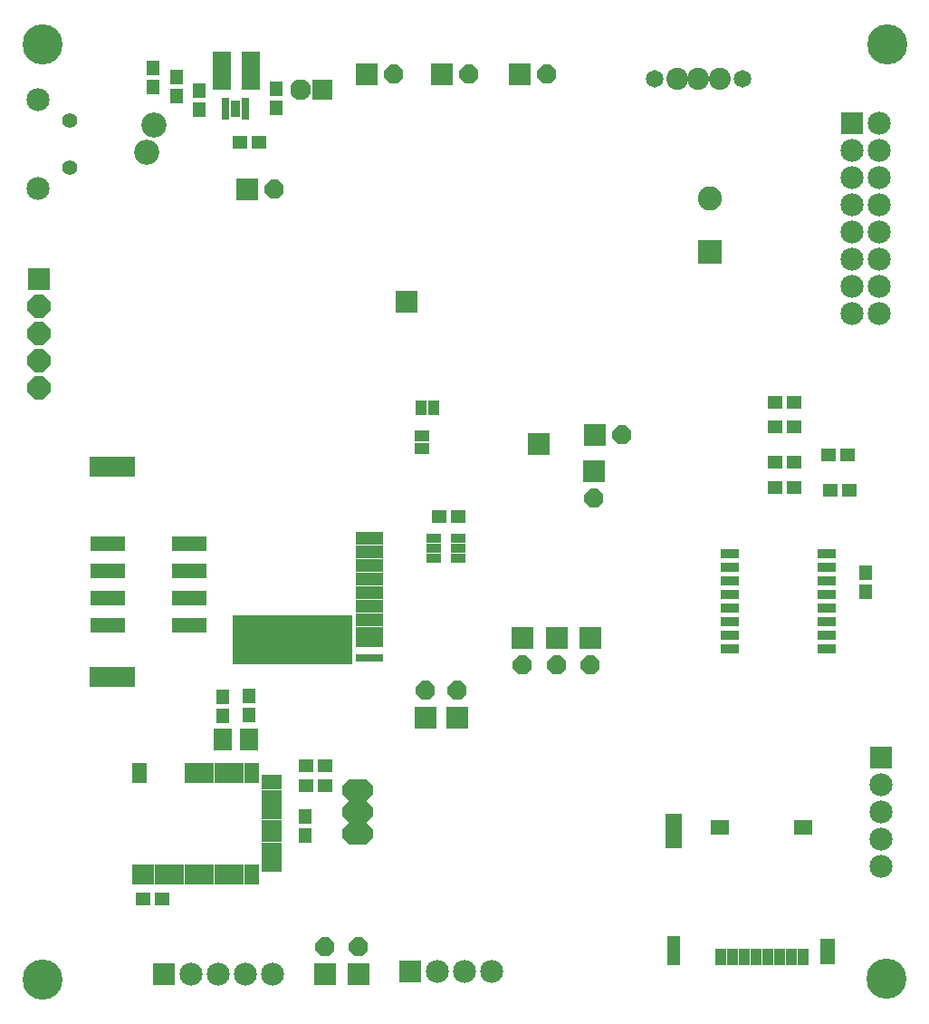
<source format=gbr>
%FSLAX35Y35*%
%MOMM*%
G04 EasyPC Gerber Version 18.0.9 Build 3640 *
%ADD121R,0.77400X0.53400*%
%ADD118R,0.75400X1.95400*%
%ADD119R,1.95400X0.75400*%
%ADD105R,2.55400X0.75400*%
%ADD122R,0.95400X1.55400*%
%ADD125R,1.05400X1.45400*%
%ADD111R,1.05400X1.49400*%
%ADD109R,1.45400X0.85400*%
%ADD110R,1.77400X0.90400*%
%ADD126R,1.45400X1.05400*%
%ADD112R,1.20400X2.75400*%
%ADD116R,1.25400X1.34400*%
%ADD117R,1.34400X1.25400*%
%ADD104R,2.55400X1.25400*%
%ADD114R,1.75400X1.40400*%
%ADD115R,1.40400X2.45400*%
%ADD107R,3.25400X1.45400*%
%ADD113R,1.55400X3.29400*%
%ADD120R,1.65400X2.00400*%
%ADD123R,1.75400X3.65400*%
%ADD96R,1.95400X1.95400*%
%ADD97R,2.15400X2.15400*%
%ADD99R,2.25400X2.25400*%
%ADD94C,1.40400*%
%ADD102C,1.65400*%
%ADD95C,1.95400*%
%ADD101C,2.05400*%
%ADD93C,2.15400*%
%ADD100C,2.25400*%
%ADD91C,2.35400*%
%ADD108R,4.25400X1.95400*%
%ADD92C,3.75400*%
%AMT98*0 Octagon Pad at angle 0*4,1,8,-0.36800,-0.88900,0.36800,-0.88900,0.88900,-0.36800,0.88900,0.36800,0.36800,0.88900,-0.36800,0.88900,-0.88900,0.36800,-0.88900,-0.36800,-0.36800,-0.88900,0*%
%ADD98T98*%
%AMT103*0 Octagon Pad at angle 0*4,1,8,-0.44590,-1.07700,0.44590,-1.07700,1.07700,-0.44590,1.07700,0.44590,0.44590,1.07700,-0.44590,1.07700,-1.07700,0.44590,-1.07700,-0.44590,-0.44590,-1.07700,0*%
%ADD103T103*%
%ADD106R,11.25400X4.65400*%
%AMT124*0 Chamfered Rectangle Pad at angle 90*4,1,8,1.42700,-0.40240,1.42700,0.40240,0.85240,0.97700,-0.85240,0.97700,-1.42700,0.40240,-1.42700,-0.40240,-0.85240,-0.97700,0.85240,-0.97700,1.42700,-0.40240,0*%
%ADD124T124*%
X0Y0D02*
D02*
D91*
X1257790Y7992240D03*
X1321290Y8249240D03*
D02*
D92*
X278970Y263120D03*
X282140Y8998540D03*
X8169640Y269460D03*
X8181780Y8998540D03*
D02*
D93*
X239710Y7650940D03*
Y8485940D03*
X1670200Y313840D03*
X1924200D03*
X2178200D03*
X2432200D03*
X3971820Y339200D03*
X4225820D03*
X4479820D03*
X7849090Y6483940D03*
Y6737940D03*
Y6991940D03*
Y7245940D03*
Y7499940D03*
Y7753940D03*
Y8007940D03*
X8103090Y6483940D03*
Y6737940D03*
Y6991940D03*
Y7245940D03*
Y7499940D03*
Y7753940D03*
Y8007940D03*
Y8261940D03*
X8121550Y1321100D03*
Y1575100D03*
Y1829100D03*
Y2083100D03*
D02*
D94*
X539710Y7845940D03*
Y8290940D03*
D02*
D95*
X2694490Y8579440D03*
D02*
D96*
X2894490D03*
D02*
D97*
X244100Y6809170D03*
X1416200Y313840D03*
X2193450Y7646050D03*
X2919580Y316810D03*
X3239750D03*
X3315190Y8719140D03*
X3689890Y6596780D03*
X3717820Y339200D03*
X3861450Y2710160D03*
X4013690Y8719140D03*
X4156260Y2710160D03*
X4743940Y8719140D03*
X4770860Y3452340D03*
X4923020Y5268550D03*
X5087860Y3452340D03*
X5408030D03*
X5439730Y5011980D03*
X5449040Y5350970D03*
X7849090Y8261940D03*
X8121550Y2337100D03*
D02*
D98*
X2447450Y7646050D03*
X2919580Y570810D03*
X3239750D03*
X3569190Y8719140D03*
X3861450Y2964160D03*
X4156260D03*
X4267690Y8719140D03*
X4770860Y3198340D03*
X4997940Y8719140D03*
X5087860Y3198340D03*
X5408030D03*
X5439730Y4757980D03*
X5703040Y5350970D03*
D02*
D99*
X6521940Y7059440D03*
D02*
D100*
Y7559440D03*
D02*
D101*
X6213990Y8674690D03*
X6413990D03*
X6613990D03*
D02*
D102*
X6003990D03*
X6823990D03*
D02*
D103*
X244100Y5793170D03*
Y6047170D03*
Y6301170D03*
Y6555170D03*
D02*
D104*
X3338020Y3499440D03*
Y3626440D03*
Y3753440D03*
Y3880440D03*
Y4007440D03*
Y4134440D03*
Y4261440D03*
Y4388440D03*
D02*
D105*
Y3269440D03*
Y3399440D03*
D02*
D106*
X2623020Y3434440D03*
D02*
D107*
X888020Y3569290D03*
Y3823290D03*
Y4077290D03*
Y4331290D03*
X1650020Y3569290D03*
Y3823290D03*
Y4077290D03*
Y4331290D03*
D02*
D108*
X938020Y3086290D03*
Y5056290D03*
D02*
D109*
X3937490Y4197190D03*
Y4292190D03*
Y4387190D03*
X4172440Y4197190D03*
Y4292190D03*
Y4387190D03*
D02*
D110*
X6710210Y3356340D03*
Y3483340D03*
Y3610340D03*
Y3737340D03*
Y3864340D03*
Y3991340D03*
Y4118340D03*
Y4245340D03*
X7618210Y3356340D03*
Y3483340D03*
Y3610340D03*
Y3737340D03*
Y3864340D03*
Y3991340D03*
Y4118340D03*
Y4245340D03*
D02*
D111*
X6621640Y474610D03*
X6731640D03*
X6841640D03*
X6951640D03*
X7061640D03*
X7171640D03*
X7281640D03*
X7391640D03*
D02*
D112*
X6187140Y537610D03*
D02*
D113*
Y1649610D03*
D02*
D114*
X6617640Y1687110D03*
X7395640D03*
D02*
D115*
X7626140Y522610D03*
D02*
D116*
X1318730Y8603250D03*
Y8781050D03*
X1531120Y8517660D03*
Y8695460D03*
X1749850Y8394030D03*
Y8571830D03*
X1965410Y2729240D03*
Y2907040D03*
X2215840Y2732410D03*
Y2910210D03*
X2466270Y8409880D03*
Y8587680D03*
X2738890Y1607060D03*
Y1784860D03*
X7982070Y3883120D03*
Y4060920D03*
D02*
D117*
X1220320Y1017580D03*
X1398120D03*
X2123770Y8086680D03*
X2301570D03*
X2741920Y2076360D03*
X2745090Y2260220D03*
X2919720Y2076360D03*
X2922890Y2260220D03*
X3987730Y4590170D03*
X4165530D03*
X7132370Y4859620D03*
Y5100540D03*
Y5427050D03*
X7135540Y5658460D03*
X7310170Y4859620D03*
Y5100540D03*
Y5427050D03*
X7313340Y5658460D03*
X7633230Y5163940D03*
X7649080Y4837430D03*
X7811030Y5163940D03*
X7826880Y4837430D03*
D02*
D118*
X1152070Y1245850D03*
Y2195850D03*
X1222070Y1245850D03*
Y2195850D03*
X1292070Y1245850D03*
X1362070D03*
X1432070D03*
X1502070D03*
X1572070D03*
X1642070D03*
Y2195850D03*
X1712070Y1245850D03*
Y2195850D03*
X1782070Y1245850D03*
Y2195850D03*
X1852070Y1245850D03*
Y2195850D03*
X1922070Y1245850D03*
Y2195850D03*
X1992070Y1245850D03*
Y2195850D03*
X2062070Y1245850D03*
Y2195850D03*
X2132070Y1245850D03*
Y2195850D03*
X2202070Y1245850D03*
Y2195850D03*
X2272070Y1245850D03*
Y2195850D03*
D02*
D119*
X2427070Y1300850D03*
Y1370850D03*
Y1440850D03*
Y1510850D03*
Y1580850D03*
Y1650850D03*
Y1720850D03*
Y1790850D03*
Y1860850D03*
Y1930850D03*
Y2000850D03*
Y2070850D03*
Y2140850D03*
D02*
D120*
X1964040Y2507480D03*
X2214040D03*
D02*
D121*
X1990970Y8322340D03*
Y8372340D03*
Y8422340D03*
Y8472340D03*
X2180970Y8322340D03*
Y8372340D03*
Y8422340D03*
Y8472340D03*
D02*
D122*
X2085970Y8397340D03*
D02*
D123*
X1957880Y8752380D03*
X2232880D03*
D02*
D124*
X3230250Y1622740D03*
Y1825940D03*
Y2029140D03*
D02*
D125*
X3823260Y5607740D03*
X3943260D03*
D02*
D126*
X3829370Y5221230D03*
Y5341230D03*
X0Y0D02*
M02*

</source>
